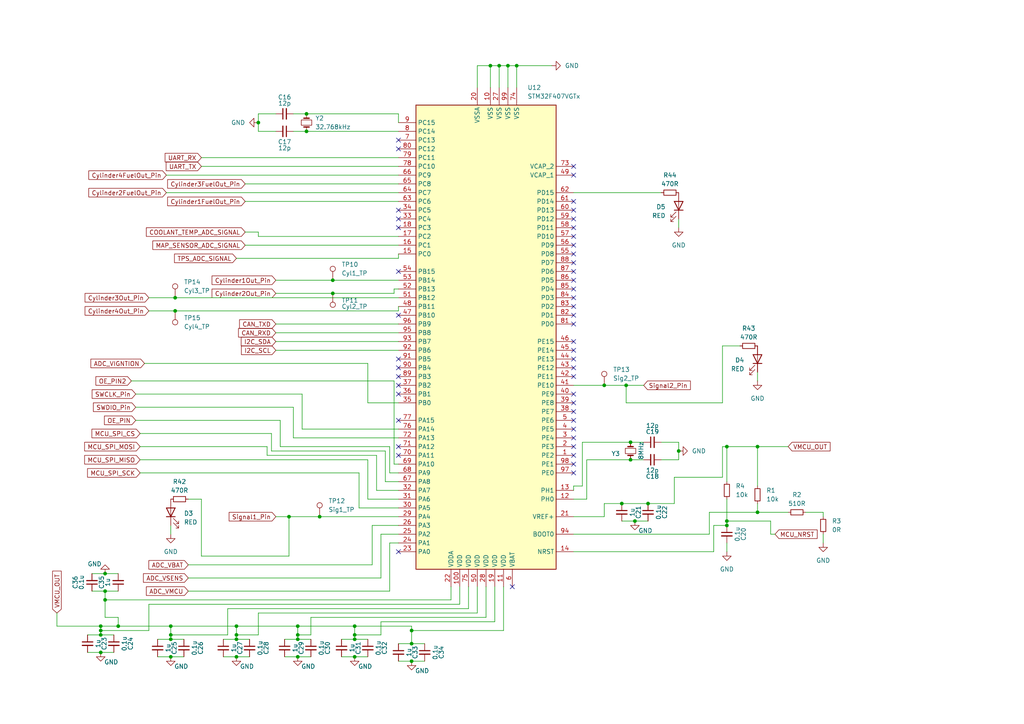
<source format=kicad_sch>
(kicad_sch (version 20250114) (generator "eeschema") (generator_version "9.0")
  (paper "A4")
  (lib_symbols
    (symbol "Connector:TestPoint" (pin_numbers (hide yes)) (pin_names (offset 0.762) (hide yes))
      (property "Reference" "TP" (at 0 6.858 0))
      (property "Value" "TestPoint" (at 0 5.08 0))
      (symbol "TestPoint_0_1"
        (circle (center 0 3.302) (radius 0.762))
      )
      (symbol "TestPoint_1_1"
        (pin passive line (at 0 0 90) (length 2.54) (name "1") (number "1"))
      )
    )
    (symbol "Device:C_Small" (pin_numbers (hide yes)) (pin_names (offset 0.254) (hide yes))
      (property "Reference" "C" (at 0.254 1.778 0))
      (property "Value" "C_Small" (at 0.254 -2.032 0))
      (symbol "C_Small_0_1"
        (polyline (pts (xy -1.524 0.508) (xy 1.524 0.508)) (stroke (width 0.3048)))
        (polyline (pts (xy -1.524 -0.508) (xy 1.524 -0.508)) (stroke (width 0.3302)))
      )
      (symbol "C_Small_1_1"
        (pin passive line (at 0 2.54 270) (length 2.032) (name "~") (number "1"))
        (pin passive line (at 0 -2.54 90) (length 2.032) (name "~") (number "2"))
      )
    )
    (symbol "Device:Crystal_Small" (pin_numbers (hide yes)) (pin_names (offset 1.016) (hide yes))
      (property "Reference" "Y" (at 0 2.54 0))
      (property "Value" "Crystal_Small" (at 0 -2.54 0))
      (symbol "Crystal_Small_0_1"
        (polyline (pts (xy -1.27 -0.762) (xy -1.27 0.762)) (stroke (width 0.381)))
        (rectangle (start -0.762 -1.524) (end 0.762 1.524))
        (polyline (pts (xy 1.27 -0.762) (xy 1.27 0.762)) (stroke (width 0.381)))
      )
      (symbol "Crystal_Small_1_1"
        (pin passive line (at -2.54 0 0) (length 1.27) (name "1") (number "1"))
        (pin passive line (at 2.54 0 180) (length 1.27) (name "2") (number "2"))
      )
    )
    (symbol "Device:LED" (pin_numbers (hide yes)) (pin_names (offset 1.016) (hide yes))
      (property "Reference" "D" (at 0 2.54 0))
      (property "Value" "LED" (at 0 -2.54 0))
      (symbol "LED_0_1"
        (polyline (pts (xy -3.048 -0.762) (xy -4.572 -2.286) (xy -3.81 -2.286) (xy -4.572 -2.286) (xy -4.572 -1.524)))
        (polyline (pts (xy -1.778 -0.762) (xy -3.302 -2.286) (xy -2.54 -2.286) (xy -3.302 -2.286) (xy -3.302 -1.524)))
        (polyline (pts (xy -1.27 0) (xy 1.27 0)))
        (polyline (pts (xy -1.27 -1.27) (xy -1.27 1.27)) (stroke (width 0.254)))
        (polyline (pts (xy 1.27 -1.27) (xy 1.27 1.27) (xy -1.27 0) (xy 1.27 -1.27)) (stroke (width 0.254)))
      )
      (symbol "LED_1_1"
        (pin passive line (at -3.81 0 0) (length 2.54) (name "K") (number "1"))
        (pin passive line (at 3.81 0 180) (length 2.54) (name "A") (number "2"))
      )
    )
    (symbol "Device:R_Small" (pin_numbers (hide yes)) (pin_names (offset 0.254) (hide yes))
      (property "Reference" "R" (at 0.762 0.508 0))
      (property "Value" "R_Small" (at 0.762 -1.016 0))
      (symbol "R_Small_0_1"
        (rectangle (start -0.762 1.778) (end 0.762 -1.778) (stroke (width 0.2032)))
      )
      (symbol "R_Small_1_1"
        (pin passive line (at 0 2.54 270) (length 0.762) (name "~") (number "1"))
        (pin passive line (at 0 -2.54 90) (length 0.762) (name "~") (number "2"))
      )
    )
    (symbol "Library_sym.pretty:STM32F407VGTx"
      (property "Reference" "U" (at -20.32 69.85 0))
      (property "Value" "STM32F407VGTx" (at 12.7 69.85 0))
      (symbol "STM32F407VGTx_0_1"
        (rectangle (start -20.32 68.58) (end 20.32 -66.04) (stroke (width 0.254)) (fill (type background)))
      )
      (symbol "STM32F407VGTx_1_1"
        (pin input line (at -25.4 63.5 0) (length 5.08) (name "NRST") (number "14"))
        (pin input line (at -25.4 58.42 0) (length 5.08) (name "BOOT0") (number "94"))
        (pin input line (at -25.4 53.34 0) (length 5.08) (name "VREF+") (number "21"))
        (pin bidirectional line (at -25.4 48.26 0) (length 5.08) (name "PH0") (number "12"))
        (pin bidirectional line (at -25.4 45.72 0) (length 5.08) (name "PH1") (number "13"))
        (pin bidirectional line (at -25.4 40.64 0) (length 5.08) (name "PE0") (number "97"))
        (pin bidirectional line (at -25.4 38.1 0) (length 5.08) (name "PE1") (number "98"))
        (pin bidirectional line (at -25.4 35.56 0) (length 5.08) (name "PE2") (number "1"))
        (pin bidirectional line (at -25.4 33.02 0) (length 5.08) (name "PE3") (number "2"))
        (pin bidirectional line (at -25.4 30.48 0) (length 5.08) (name "PE4") (number "3"))
        (pin bidirectional line (at -25.4 27.94 0) (length 5.08) (name "PE5") (number "4"))
        (pin bidirectional line (at -25.4 25.4 0) (length 5.08) (name "PE6") (number "5"))
        (pin bidirectional line (at -25.4 22.86 0) (length 5.08) (name "PE7") (number "38"))
        (pin bidirectional line (at -25.4 20.32 0) (length 5.08) (name "PE8") (number "39"))
        (pin bidirectional line (at -25.4 17.78 0) (length 5.08) (name "PE9") (number "40"))
        (pin bidirectional line (at -25.4 15.24 0) (length 5.08) (name "PE10") (number "41"))
        (pin bidirectional line (at -25.4 12.7 0) (length 5.08) (name "PE11") (number "42"))
        (pin bidirectional line (at -25.4 10.16 0) (length 5.08) (name "PE12") (number "43"))
        (pin bidirectional line (at -25.4 7.62 0) (length 5.08) (name "PE13") (number "44"))
        (pin bidirectional line (at -25.4 5.08 0) (length 5.08) (name "PE14") (number "45"))
        (pin bidirectional line (at -25.4 2.54 0) (length 5.08) (name "PE15") (number "46"))
        (pin bidirectional line (at -25.4 -2.54 0) (length 5.08) (name "PD0") (number "81"))
        (pin bidirectional line (at -25.4 -5.08 0) (length 5.08) (name "PD1") (number "82"))
        (pin bidirectional line (at -25.4 -7.62 0) (length 5.08) (name "PD2") (number "83"))
        (pin bidirectional line (at -25.4 -10.16 0) (length 5.08) (name "PD3") (number "84"))
        (pin bidirectional line (at -25.4 -12.7 0) (length 5.08) (name "PD4") (number "85"))
        (pin bidirectional line (at -25.4 -15.24 0) (length 5.08) (name "PD5") (number "86"))
        (pin bidirectional line (at -25.4 -17.78 0) (length 5.08) (name "PD6") (number "87"))
        (pin bidirectional line (at -25.4 -20.32 0) (length 5.08) (name "PD7") (number "88"))
        (pin bidirectional line (at -25.4 -22.86 0) (length 5.08) (name "PD8") (number "55"))
        (pin bidirectional line (at -25.4 -25.4 0) (length 5.08) (name "PD9") (number "56"))
        (pin bidirectional line (at -25.4 -27.94 0) (length 5.08) (name "PD10") (number "57"))
        (pin bidirectional line (at -25.4 -30.48 0) (length 5.08) (name "PD11") (number "58"))
        (pin bidirectional line (at -25.4 -33.02 0) (length 5.08) (name "PD12") (number "59"))
        (pin bidirectional line (at -25.4 -35.56 0) (length 5.08) (name "PD13") (number "60"))
        (pin bidirectional line (at -25.4 -38.1 0) (length 5.08) (name "PD14") (number "61"))
        (pin bidirectional line (at -25.4 -40.64 0) (length 5.08) (name "PD15") (number "62"))
        (pin power_out line (at -25.4 -45.72 0) (length 5.08) (name "VCAP_1") (number "49"))
        (pin power_out line (at -25.4 -48.26 0) (length 5.08) (name "VCAP_2") (number "73"))
        (pin power_in line (at -8.89 -71.12 90) (length 5.08) (name "VSS") (number "74"))
        (pin power_in line (at -7.62 73.66 270) (length 5.08) (name "VBAT") (number "6"))
        (pin power_in line (at -6.35 -71.12 90) (length 5.08) (name "VSS") (number "99"))
        (pin power_in line (at -5.08 73.66 270) (length 5.08) (name "VDD") (number "11"))
        (pin power_in line (at -3.81 -71.12 90) (length 5.08) (name "VSS") (number "27"))
        (pin power_in line (at -2.54 73.66 270) (length 5.08) (name "VDD") (number "19"))
        (pin power_in line (at -1.27 -71.12 90) (length 5.08) (name "VSS") (number "10"))
        (pin power_in line (at 0 73.66 270) (length 5.08) (name "VDD") (number "28"))
        (pin power_in line (at 2.54 73.66 270) (length 5.08) (name "VDD") (number "50"))
        (pin power_in line (at 2.54 -71.12 90) (length 5.08) (name "VSSA") (number "20"))
        (pin power_in line (at 5.08 73.66 270) (length 5.08) (name "VDD") (number "75"))
        (pin power_in line (at 7.62 73.66 270) (length 5.08) (name "VDD") (number "100"))
        (pin power_in line (at 10.16 73.66 270) (length 5.08) (name "VDDA") (number "22"))
        (pin bidirectional line (at 25.4 63.5 180) (length 5.08) (name "PA0") (number "23"))
        (pin bidirectional line (at 25.4 60.96 180) (length 5.08) (name "PA1") (number "24"))
        (pin bidirectional line (at 25.4 58.42 180) (length 5.08) (name "PA2") (number "25"))
        (pin bidirectional line (at 25.4 55.88 180) (length 5.08) (name "PA3") (number "26"))
        (pin bidirectional line (at 25.4 53.34 180) (length 5.08) (name "PA4") (number "29"))
        (pin bidirectional line (at 25.4 50.8 180) (length 5.08) (name "PA5") (number "30"))
        (pin bidirectional line (at 25.4 48.26 180) (length 5.08) (name "PA6") (number "31"))
        (pin bidirectional line (at 25.4 45.72 180) (length 5.08) (name "PA7") (number "32"))
        (pin bidirectional line (at 25.4 43.18 180) (length 5.08) (name "PA8") (number "67"))
        (pin bidirectional line (at 25.4 40.64 180) (length 5.08) (name "PA9") (number "68"))
        (pin bidirectional line (at 25.4 38.1 180) (length 5.08) (name "PA10") (number "69"))
        (pin bidirectional line (at 25.4 35.56 180) (length 5.08) (name "PA11") (number "70"))
        (pin bidirectional line (at 25.4 33.02 180) (length 5.08) (name "PA12") (number "71"))
        (pin bidirectional line (at 25.4 30.48 180) (length 5.08) (name "PA13") (number "72"))
        (pin bidirectional line (at 25.4 27.94 180) (length 5.08) (name "PA14") (number "76"))
        (pin bidirectional line (at 25.4 25.4 180) (length 5.08) (name "PA15") (number "77"))
        (pin bidirectional line (at 25.4 20.32 180) (length 5.08) (name "PB0") (number "35"))
        (pin bidirectional line (at 25.4 17.78 180) (length 5.08) (name "PB1") (number "36"))
        (pin bidirectional line (at 25.4 15.24 180) (length 5.08) (name "PB2") (number "37"))
        (pin bidirectional line (at 25.4 12.7 180) (length 5.08) (name "PB3") (number "89"))
        (pin bidirectional line (at 25.4 10.16 180) (length 5.08) (name "PB4") (number "90"))
        (pin bidirectional line (at 25.4 7.62 180) (length 5.08) (name "PB5") (number "91"))
        (pin bidirectional line (at 25.4 5.08 180) (length 5.08) (name "PB6") (number "92"))
        (pin bidirectional line (at 25.4 2.54 180) (length 5.08) (name "PB7") (number "93"))
        (pin bidirectional line (at 25.4 0 180) (length 5.08) (name "PB8") (number "95"))
        (pin bidirectional line (at 25.4 -2.54 180) (length 5.08) (name "PB9") (number "96"))
        (pin bidirectional line (at 25.4 -5.08 180) (length 5.08) (name "PB10") (number "47"))
        (pin bidirectional line (at 25.4 -7.62 180) (length 5.08) (name "PB11") (number "48"))
        (pin bidirectional line (at 25.4 -10.16 180) (length 5.08) (name "PB12") (number "51"))
        (pin bidirectional line (at 25.4 -12.7 180) (length 5.08) (name "PB13") (number "52"))
        (pin bidirectional line (at 25.4 -15.24 180) (length 5.08) (name "PB14") (number "53"))
        (pin bidirectional line (at 25.4 -17.78 180) (length 5.08) (name "PB15") (number "54"))
        (pin bidirectional line (at 25.4 -22.86 180) (length 5.08) (name "PC0") (number "15"))
        (pin bidirectional line (at 25.4 -25.4 180) (length 5.08) (name "PC1") (number "16"))
        (pin bidirectional line (at 25.4 -27.94 180) (length 5.08) (name "PC2") (number "17"))
        (pin bidirectional line (at 25.4 -30.48 180) (length 5.08) (name "PC3") (number "18"))
        (pin bidirectional line (at 25.4 -33.02 180) (length 5.08) (name "PC4") (number "33"))
        (pin bidirectional line (at 25.4 -35.56 180) (length 5.08) (name "PC5") (number "34"))
        (pin bidirectional line (at 25.4 -38.1 180) (length 5.08) (name "PC6") (number "63"))
        (pin bidirectional line (at 25.4 -40.64 180) (length 5.08) (name "PC7") (number "64"))
        (pin bidirectional line (at 25.4 -43.18 180) (length 5.08) (name "PC8") (number "65"))
        (pin bidirectional line (at 25.4 -45.72 180) (length 5.08) (name "PC9") (number "66"))
        (pin bidirectional line (at 25.4 -48.26 180) (length 5.08) (name "PC10") (number "78"))
        (pin bidirectional line (at 25.4 -50.8 180) (length 5.08) (name "PC11") (number "79"))
        (pin bidirectional line (at 25.4 -53.34 180) (length 5.08) (name "PC12") (number "80"))
        (pin bidirectional line (at 25.4 -55.88 180) (length 5.08) (name "PC13") (number "7"))
        (pin bidirectional line (at 25.4 -58.42 180) (length 5.08) (name "PC14") (number "8"))
        (pin bidirectional line (at 25.4 -60.96 180) (length 5.08) (name "PC15") (number "9"))
      )
    )
    (symbol "power:GND" (power) (pin_numbers (hide yes)) (pin_names (offset 0) (hide yes))
      (property "Value" "GND" (at 0 -3.81 0))
      (symbol "GND_0_1"
        (polyline (pts (xy 0 0) (xy 0 -1.27) (xy 1.27 -1.27) (xy 0 -2.54) (xy -1.27 -1.27) (xy 0 -1.27)))
      )
      (symbol "GND_1_1"
        (pin power_in line (at 0 0 270) (length 0) (name "~") (number "1"))
      )
    )
  )
  (junction (at 49.53 185.42))
  (junction (at 30.48 173.99))
  (junction (at 219.71 129.54))
  (junction (at 210.82 151.13))
  (junction (at 68.58 185.42))
  (junction (at 210.82 152.4))
  (junction (at 149.86 19.05))
  (junction (at 196.85 130.81))
  (junction (at 181.61 111.76))
  (junction (at 102.87 184.15))
  (junction (at 29.21 181.61))
  (junction (at 29.21 184.15))
  (junction (at 88.9 33.02))
  (junction (at 86.36 181.61))
  (junction (at 184.15 151.13))
  (junction (at 187.96 146.05))
  (junction (at 68.58 184.15))
  (junction (at 180.34 146.05))
  (junction (at 30.48 166.37))
  (junction (at 49.53 190.5))
  (junction (at 119.38 182.88))
  (junction (at 29.21 182.88))
  (junction (at 96.52 81.28))
  (junction (at 68.58 181.61))
  (junction (at 102.87 190.5))
  (junction (at 142.24 19.05))
  (junction (at 102.87 181.61))
  (junction (at 92.71 149.86))
  (junction (at 50.8 86.36))
  (junction (at 182.88 133.35))
  (junction (at 144.78 19.05))
  (junction (at 86.36 184.15))
  (junction (at 210.82 129.54))
  (junction (at 86.36 190.5))
  (junction (at 68.58 190.5))
  (junction (at 147.32 19.05))
  (junction (at 102.87 185.42))
  (junction (at 119.38 186.69))
  (junction (at 175.26 111.76))
  (junction (at 119.38 191.77))
  (junction (at 182.88 128.27))
  (junction (at 219.71 148.59))
  (junction (at 29.21 189.23))
  (junction (at 83.82 149.86))
  (junction (at 49.53 181.61))
  (junction (at 74.93 35.56))
  (junction (at 49.53 184.15))
  (junction (at 34.29 181.61))
  (junction (at 86.36 185.42))
  (junction (at 50.8 90.17))
  (junction (at 88.9 38.1))
  (junction (at 96.52 85.09))
  (junction (at 30.48 171.45))
  (no_connect (at 166.37 134.62))
  (no_connect (at 166.37 116.84))
  (no_connect (at 166.37 50.8))
  (no_connect (at 115.57 132.08))
  (no_connect (at 148.59 170.18))
  (no_connect (at 115.57 60.96))
  (no_connect (at 166.37 127))
  (no_connect (at 166.37 121.92))
  (no_connect (at 166.37 76.2))
  (no_connect (at 166.37 73.66))
  (no_connect (at 166.37 132.08))
  (no_connect (at 166.37 101.6))
  (no_connect (at 166.37 104.14))
  (no_connect (at 115.57 160.02))
  (no_connect (at 166.37 60.96))
  (no_connect (at 115.57 114.3))
  (no_connect (at 166.37 58.42))
  (no_connect (at 115.57 104.14))
  (no_connect (at 166.37 119.38))
  (no_connect (at 115.57 66.04))
  (no_connect (at 115.57 43.18))
  (no_connect (at 166.37 86.36))
  (no_connect (at 166.37 129.54))
  (no_connect (at 166.37 66.04))
  (no_connect (at 115.57 78.74))
  (no_connect (at 166.37 91.44))
  (no_connect (at 166.37 83.82))
  (no_connect (at 166.37 71.12))
  (no_connect (at 115.57 91.44))
  (no_connect (at 166.37 63.5))
  (no_connect (at 166.37 106.68))
  (no_connect (at 166.37 93.98))
  (no_connect (at 115.57 121.92))
  (no_connect (at 166.37 137.16))
  (no_connect (at 166.37 81.28))
  (no_connect (at 166.37 48.26))
  (no_connect (at 166.37 88.9))
  (no_connect (at 166.37 124.46))
  (no_connect (at 166.37 78.74))
  (no_connect (at 166.37 68.58))
  (no_connect (at 115.57 63.5))
  (no_connect (at 115.57 111.76))
  (no_connect (at 166.37 99.06))
  (no_connect (at 166.37 114.3))
  (no_connect (at 115.57 109.22))
  (no_connect (at 166.37 109.22))
  (no_connect (at 115.57 129.54))
  (no_connect (at 115.57 106.68))
  (no_connect (at 115.57 40.64))
  (wire (pts (xy 49.53 181.61) (xy 68.58 181.61)))
  (wire (pts (xy 219.71 129.54) (xy 219.71 140.97)))
  (wire (pts (xy 49.53 184.15) (xy 49.53 185.42)))
  (wire (pts (xy 113.03 171.45) (xy 113.03 157.48)))
  (wire (pts (xy 30.48 171.45) (xy 30.48 173.99)))
  (wire (pts (xy 102.87 181.61) (xy 102.87 184.15)))
  (wire (pts (xy 30.48 166.37) (xy 26.67 166.37)))
  (wire (pts (xy 99.06 185.42) (xy 102.87 185.42)))
  (wire (pts (xy 41.91 105.41) (xy 106.68 105.41)))
  (wire (pts (xy 85.09 118.11) (xy 85.09 127)))
  (wire (pts (xy 238.76 148.59) (xy 238.76 149.86)))
  (wire (pts (xy 104.14 137.16) (xy 104.14 147.32)))
  (wire (pts (xy 43.18 175.26) (xy 133.35 175.26)))
  (wire (pts (xy 109.22 132.08) (xy 109.22 142.24)))
  (wire (pts (xy 115.57 186.69) (xy 119.38 186.69)))
  (wire (pts (xy 181.61 116.84) (xy 181.61 111.76)))
  (wire (pts (xy 86.36 190.5) (xy 90.17 190.5)))
  (wire (pts (xy 39.37 118.11) (xy 85.09 118.11)))
  (wire (pts (xy 48.26 50.8) (xy 115.57 50.8)))
  (wire (pts (xy 66.04 184.15) (xy 66.04 176.53)))
  (wire (pts (xy 45.72 185.42) (xy 49.53 185.42)))
  (wire (pts (xy 50.8 86.36) (xy 115.57 86.36)))
  (wire (pts (xy 166.37 140.97) (xy 166.37 142.24)))
  (wire (pts (xy 119.38 191.77) (xy 123.19 191.77)))
  (wire (pts (xy 170.18 144.78) (xy 170.18 133.35)))
  (wire (pts (xy 110.49 154.94) (xy 115.57 154.94)))
  (wire (pts (xy 58.42 161.29) (xy 83.82 161.29)))
  (wire (pts (xy 175.26 149.86) (xy 166.37 149.86)))
  (wire (pts (xy 81.28 129.54) (xy 113.03 129.54)))
  (wire (pts (xy 58.42 144.78) (xy 58.42 161.29)))
  (wire (pts (xy 146.05 182.88) (xy 146.05 170.18)))
  (wire (pts (xy 71.12 53.34) (xy 115.57 53.34)))
  (wire (pts (xy 133.35 175.26) (xy 133.35 170.18)))
  (wire (pts (xy 92.71 149.86) (xy 115.57 149.86)))
  (wire (pts (xy 50.8 90.17) (xy 115.57 90.17)))
  (wire (pts (xy 207.01 152.4) (xy 207.01 160.02)))
  (wire (pts (xy 54.61 171.45) (xy 113.03 171.45)))
  (wire (pts (xy 48.26 55.88) (xy 115.57 55.88)))
  (wire (pts (xy 184.15 151.13) (xy 187.96 151.13)))
  (wire (pts (xy 86.36 185.42) (xy 90.17 185.42)))
  (wire (pts (xy 110.49 180.34) (xy 143.51 180.34)))
  (wire (pts (xy 29.21 189.23) (xy 33.02 189.23)))
  (wire (pts (xy 86.36 181.61) (xy 102.87 181.61)))
  (wire (pts (xy 195.58 138.43) (xy 209.55 138.43)))
  (wire (pts (xy 102.87 181.61) (xy 119.38 181.61)))
  (wire (pts (xy 49.53 184.15) (xy 66.04 184.15)))
  (wire (pts (xy 196.85 130.81) (xy 196.85 128.27)))
  (wire (pts (xy 166.37 55.88) (xy 191.77 55.88)))
  (wire (pts (xy 147.32 19.05) (xy 147.32 25.4)))
  (wire (pts (xy 29.21 182.88) (xy 29.21 184.15)))
  (wire (pts (xy 115.57 90.17) (xy 115.57 88.9)))
  (wire (pts (xy 68.58 184.15) (xy 74.93 184.15)))
  (wire (pts (xy 138.43 170.18) (xy 138.43 177.8)))
  (wire (pts (xy 80.01 99.06) (xy 115.57 99.06)))
  (wire (pts (xy 86.36 181.61) (xy 86.36 184.15)))
  (wire (pts (xy 77.47 129.54) (xy 77.47 132.08)))
  (wire (pts (xy 43.18 86.36) (xy 50.8 86.36)))
  (wire (pts (xy 170.18 133.35) (xy 182.88 133.35)))
  (wire (pts (xy 74.93 184.15) (xy 74.93 177.8)))
  (wire (pts (xy 78.74 125.73) (xy 78.74 130.81)))
  (wire (pts (xy 111.76 130.81) (xy 111.76 139.7)))
  (wire (pts (xy 49.53 185.42) (xy 53.34 185.42)))
  (wire (pts (xy 39.37 121.92) (xy 81.28 121.92)))
  (wire (pts (xy 149.86 19.05) (xy 160.02 19.05)))
  (wire (pts (xy 106.68 144.78) (xy 115.57 144.78)))
  (wire (pts (xy 80.01 85.09) (xy 96.52 85.09)))
  (wire (pts (xy 54.61 163.83) (xy 107.95 163.83)))
  (wire (pts (xy 110.49 167.64) (xy 110.49 154.94)))
  (wire (pts (xy 74.93 38.1) (xy 80.01 38.1)))
  (wire (pts (xy 86.36 184.15) (xy 86.36 185.42)))
  (wire (pts (xy 80.01 101.6) (xy 115.57 101.6)))
  (wire (pts (xy 58.42 48.26) (xy 115.57 48.26)))
  (wire (pts (xy 114.3 134.62) (xy 115.57 134.62)))
  (wire (pts (xy 88.9 33.02) (xy 115.57 33.02)))
  (wire (pts (xy 166.37 140.97) (xy 168.91 140.97)))
  (wire (pts (xy 138.43 25.4) (xy 138.43 19.05)))
  (wire (pts (xy 68.58 190.5) (xy 72.39 190.5)))
  (wire (pts (xy 233.68 148.59) (xy 238.76 148.59)))
  (wire (pts (xy 114.3 110.49) (xy 114.3 134.62)))
  (wire (pts (xy 104.14 147.32) (xy 115.57 147.32)))
  (wire (pts (xy 34.29 181.61) (xy 49.53 181.61)))
  (wire (pts (xy 71.12 67.31) (xy 74.93 67.31)))
  (wire (pts (xy 142.24 25.4) (xy 142.24 19.05)))
  (wire (pts (xy 74.93 177.8) (xy 138.43 177.8)))
  (wire (pts (xy 110.49 180.34) (xy 110.49 184.15)))
  (wire (pts (xy 106.68 105.41) (xy 106.68 116.84)))
  (wire (pts (xy 114.3 83.82) (xy 115.57 83.82)))
  (wire (pts (xy 83.82 161.29) (xy 83.82 149.86)))
  (wire (pts (xy 119.38 182.88) (xy 119.38 186.69)))
  (wire (pts (xy 30.48 173.99) (xy 30.48 179.07)))
  (wire (pts (xy 209.55 129.54) (xy 210.82 129.54)))
  (wire (pts (xy 68.58 74.93) (xy 115.57 74.93)))
  (wire (pts (xy 26.67 171.45) (xy 30.48 171.45)))
  (wire (pts (xy 78.74 130.81) (xy 111.76 130.81)))
  (wire (pts (xy 68.58 181.61) (xy 86.36 181.61)))
  (wire (pts (xy 166.37 144.78) (xy 170.18 144.78)))
  (wire (pts (xy 166.37 111.76) (xy 175.26 111.76)))
  (wire (pts (xy 102.87 190.5) (xy 106.68 190.5)))
  (wire (pts (xy 68.58 181.61) (xy 68.58 184.15)))
  (wire (pts (xy 142.24 19.05) (xy 144.78 19.05)))
  (wire (pts (xy 205.74 148.59) (xy 219.71 148.59)))
  (wire (pts (xy 205.74 154.94) (xy 205.74 148.59)))
  (wire (pts (xy 113.03 157.48) (xy 115.57 157.48)))
  (wire (pts (xy 90.17 184.15) (xy 90.17 179.07)))
  (wire (pts (xy 115.57 33.02) (xy 115.57 35.56)))
  (wire (pts (xy 77.47 132.08) (xy 109.22 132.08)))
  (wire (pts (xy 209.55 116.84) (xy 181.61 116.84)))
  (wire (pts (xy 43.18 182.88) (xy 43.18 175.26)))
  (wire (pts (xy 49.53 181.61) (xy 49.53 184.15)))
  (wire (pts (xy 195.58 146.05) (xy 195.58 138.43)))
  (wire (pts (xy 88.9 38.1) (xy 115.57 38.1)))
  (wire (pts (xy 219.71 107.95) (xy 219.71 110.49)))
  (wire (pts (xy 102.87 184.15) (xy 102.87 185.42)))
  (wire (pts (xy 87.63 124.46) (xy 115.57 124.46)))
  (wire (pts (xy 168.91 140.97) (xy 168.91 128.27)))
  (wire (pts (xy 140.97 179.07) (xy 140.97 170.18)))
  (wire (pts (xy 223.52 151.13) (xy 210.82 151.13)))
  (wire (pts (xy 223.52 154.94) (xy 223.52 151.13)))
  (wire (pts (xy 210.82 157.48) (xy 210.82 160.02)))
  (wire (pts (xy 166.37 154.94) (xy 205.74 154.94)))
  (wire (pts (xy 68.58 184.15) (xy 68.58 185.42)))
  (wire (pts (xy 29.21 181.61) (xy 29.21 182.88)))
  (wire (pts (xy 99.06 190.5) (xy 102.87 190.5)))
  (wire (pts (xy 186.69 128.27) (xy 182.88 128.27)))
  (wire (pts (xy 49.53 190.5) (xy 53.34 190.5)))
  (wire (pts (xy 87.63 114.3) (xy 87.63 124.46)))
  (wire (pts (xy 49.53 152.4) (xy 49.53 154.94)))
  (wire (pts (xy 210.82 129.54) (xy 210.82 139.7)))
  (wire (pts (xy 85.09 127) (xy 115.57 127)))
  (wire (pts (xy 107.95 163.83) (xy 107.95 152.4)))
  (wire (pts (xy 175.26 111.76) (xy 181.61 111.76)))
  (wire (pts (xy 96.52 85.09) (xy 114.3 85.09)))
  (wire (pts (xy 106.68 116.84) (xy 115.57 116.84)))
  (wire (pts (xy 40.64 129.54) (xy 77.47 129.54)))
  (wire (pts (xy 113.03 129.54) (xy 113.03 137.16)))
  (wire (pts (xy 228.6 129.54) (xy 219.71 129.54)))
  (wire (pts (xy 135.89 176.53) (xy 135.89 170.18)))
  (wire (pts (xy 66.04 176.53) (xy 135.89 176.53)))
  (wire (pts (xy 82.55 190.5) (xy 86.36 190.5)))
  (wire (pts (xy 40.64 137.16) (xy 104.14 137.16)))
  (wire (pts (xy 80.01 96.52) (xy 115.57 96.52)))
  (wire (pts (xy 68.58 185.42) (xy 72.39 185.42)))
  (wire (pts (xy 210.82 144.78) (xy 210.82 151.13)))
  (wire (pts (xy 210.82 151.13) (xy 210.82 152.4)))
  (wire (pts (xy 54.61 144.78) (xy 58.42 144.78)))
  (wire (pts (xy 30.48 171.45) (xy 34.29 171.45)))
  (wire (pts (xy 238.76 154.94) (xy 238.76 157.48)))
  (wire (pts (xy 40.64 125.73) (xy 78.74 125.73)))
  (wire (pts (xy 29.21 182.88) (xy 43.18 182.88)))
  (wire (pts (xy 16.51 181.61) (xy 29.21 181.61)))
  (wire (pts (xy 25.4 189.23) (xy 29.21 189.23)))
  (wire (pts (xy 74.93 67.31) (xy 74.93 68.58)))
  (wire (pts (xy 58.42 45.72) (xy 115.57 45.72)))
  (wire (pts (xy 74.93 33.02) (xy 74.93 35.56)))
  (wire (pts (xy 219.71 129.54) (xy 210.82 129.54)))
  (wire (pts (xy 186.69 133.35) (xy 182.88 133.35)))
  (wire (pts (xy 119.38 181.61) (xy 119.38 182.88)))
  (wire (pts (xy 64.77 190.5) (xy 68.58 190.5)))
  (wire (pts (xy 196.85 133.35) (xy 196.85 130.81)))
  (wire (pts (xy 109.22 142.24) (xy 115.57 142.24)))
  (wire (pts (xy 115.57 191.77) (xy 119.38 191.77)))
  (wire (pts (xy 71.12 58.42) (xy 115.57 58.42)))
  (wire (pts (xy 175.26 146.05) (xy 180.34 146.05)))
  (wire (pts (xy 29.21 181.61) (xy 34.29 181.61)))
  (wire (pts (xy 102.87 185.42) (xy 106.68 185.42)))
  (wire (pts (xy 119.38 186.69) (xy 123.19 186.69)))
  (wire (pts (xy 111.76 139.7) (xy 115.57 139.7)))
  (wire (pts (xy 113.03 137.16) (xy 115.57 137.16)))
  (wire (pts (xy 191.77 133.35) (xy 196.85 133.35)))
  (wire (pts (xy 81.28 121.92) (xy 81.28 129.54)))
  (wire (pts (xy 168.91 128.27) (xy 182.88 128.27)))
  (wire (pts (xy 90.17 179.07) (xy 140.97 179.07)))
  (wire (pts (xy 207.01 160.02) (xy 166.37 160.02)))
  (wire (pts (xy 143.51 180.34) (xy 143.51 170.18)))
  (wire (pts (xy 30.48 179.07) (xy 34.29 179.07)))
  (wire (pts (xy 30.48 173.99) (xy 130.81 173.99)))
  (wire (pts (xy 80.01 149.86) (xy 83.82 149.86)))
  (wire (pts (xy 29.21 184.15) (xy 33.02 184.15)))
  (wire (pts (xy 39.37 114.3) (xy 87.63 114.3)))
  (wire (pts (xy 80.01 33.02) (xy 74.93 33.02)))
  (wire (pts (xy 45.72 190.5) (xy 49.53 190.5)))
  (wire (pts (xy 209.55 138.43) (xy 209.55 129.54)))
  (wire (pts (xy 34.29 166.37) (xy 30.48 166.37)))
  (wire (pts (xy 181.61 111.76) (xy 186.69 111.76)))
  (wire (pts (xy 149.86 19.05) (xy 149.86 25.4)))
  (wire (pts (xy 196.85 128.27) (xy 191.77 128.27)))
  (wire (pts (xy 209.55 100.33) (xy 214.63 100.33)))
  (wire (pts (xy 144.78 19.05) (xy 144.78 25.4)))
  (wire (pts (xy 175.26 146.05) (xy 175.26 149.86)))
  (wire (pts (xy 144.78 19.05) (xy 147.32 19.05)))
  (wire (pts (xy 107.95 152.4) (xy 115.57 152.4)))
  (wire (pts (xy 16.51 177.8) (xy 16.51 181.61)))
  (wire (pts (xy 64.77 185.42) (xy 68.58 185.42)))
  (wire (pts (xy 25.4 184.15) (xy 29.21 184.15)))
  (wire (pts (xy 187.96 146.05) (xy 195.58 146.05)))
  (wire (pts (xy 85.09 38.1) (xy 88.9 38.1)))
  (wire (pts (xy 80.01 81.28) (xy 96.52 81.28)))
  (wire (pts (xy 210.82 152.4) (xy 207.01 152.4)))
  (wire (pts (xy 115.57 74.93) (xy 115.57 73.66)))
  (wire (pts (xy 74.93 68.58) (xy 115.57 68.58)))
  (wire (pts (xy 34.29 179.07) (xy 34.29 181.61)))
  (wire (pts (xy 114.3 85.09) (xy 114.3 83.82)))
  (wire (pts (xy 86.36 184.15) (xy 90.17 184.15)))
  (wire (pts (xy 106.68 133.35) (xy 106.68 144.78)))
  (wire (pts (xy 196.85 63.5) (xy 196.85 66.04)))
  (wire (pts (xy 85.09 33.02) (xy 88.9 33.02)))
  (wire (pts (xy 147.32 19.05) (xy 149.86 19.05)))
  (wire (pts (xy 74.93 35.56) (xy 74.93 38.1)))
  (wire (pts (xy 71.12 71.12) (xy 115.57 71.12)))
  (wire (pts (xy 43.18 90.17) (xy 50.8 90.17)))
  (wire (pts (xy 38.1 110.49) (xy 114.3 110.49)))
  (wire (pts (xy 119.38 182.88) (xy 146.05 182.88)))
  (wire (pts (xy 180.34 151.13) (xy 184.15 151.13)))
  (wire (pts (xy 80.01 93.98) (xy 115.57 93.98)))
  (wire (pts (xy 180.34 146.05) (xy 187.96 146.05)))
  (wire (pts (xy 54.61 167.64) (xy 110.49 167.64)))
  (wire (pts (xy 219.71 148.59) (xy 219.71 146.05)))
  (wire (pts (xy 96.52 81.28) (xy 115.57 81.28)))
  (wire (pts (xy 82.55 185.42) (xy 86.36 185.42)))
  (wire (pts (xy 83.82 149.86) (xy 92.71 149.86)))
  (wire (pts (xy 138.43 19.05) (xy 142.24 19.05)))
  (wire (pts (xy 209.55 100.33) (xy 209.55 116.84)))
  (wire (pts (xy 228.6 148.59) (xy 219.71 148.59)))
  (wire (pts (xy 130.81 173.99) (xy 130.81 170.18)))
  (wire (pts (xy 224.79 154.94) (xy 223.52 154.94)))
  (wire (pts (xy 102.87 184.15) (xy 110.49 184.15)))
  (wire (pts (xy 40.64 133.35) (xy 106.68 133.35)))
  (global_label "I2C_SDA" (shape input) (at 80.01 99.06 180) (property "Intersheetrefs" "${INTERSHEET_REFS}" (effects (hide yes))))
  (global_label "Cylinder3Out_Pin" (shape input) (at 43.18 86.36 180) (property "Intersheetrefs" "${INTERSHEET_REFS}" (effects (hide yes))))
  (global_label "Cylinder3FuelOut_Pin" (shape input) (at 71.12 53.34 180) (property "Intersheetrefs" "${INTERSHEET_REFS}" (effects (hide yes))))
  (global_label "OE_PIN2" (shape input) (at 38.1 110.49 180) (property "Intersheetrefs" "${INTERSHEET_REFS}" (effects (hide yes))))
  (global_label "SWDIO_Pin" (shape input) (at 39.37 118.11 180) (property "Intersheetrefs" "${INTERSHEET_REFS}" (effects (hide yes))))
  (global_label "MCU_SPI_CS" (shape input) (at 40.64 125.73 180) (property "Intersheetrefs" "${INTERSHEET_REFS}" (effects (hide yes))))
  (global_label "ADC_VBAT" (shape input) (at 54.61 163.83 180) (property "Intersheetrefs" "${INTERSHEET_REFS}" (effects (hide yes))))
  (global_label "VMCU_OUT" (shape input) (at 228.6 129.54 0) (property "Intersheetrefs" "${INTERSHEET_REFS}" (effects (hide yes))))
  (global_label "CAN_RXD" (shape input) (at 80.01 96.52 180) (property "Intersheetrefs" "${INTERSHEET_REFS}" (effects (hide yes))))
  (global_label "Cylinder2Out_Pin" (shape input) (at 80.01 85.09 180) (property "Intersheetrefs" "${INTERSHEET_REFS}" (effects (hide yes))))
  (global_label "Signal1_Pin" (shape input) (at 80.01 149.86 180) (property "Intersheetrefs" "${INTERSHEET_REFS}" (effects (hide yes))))
  (global_label "MAP_SENSOR_ADC_SIGNAL" (shape input) (at 71.12 71.12 180) (property "Intersheetrefs" "${INTERSHEET_REFS}" (effects (hide yes))))
  (global_label "OE_PIN" (shape input) (at 39.37 121.92 180) (property "Intersheetrefs" "${INTERSHEET_REFS}" (effects (hide yes))))
  (global_label "VMCU_OUT" (shape input) (at 16.51 177.8 90) (property "Intersheetrefs" "${INTERSHEET_REFS}" (effects (hide yes))))
  (global_label "MCU_SPI_MOSI" (shape input) (at 40.64 129.54 180) (property "Intersheetrefs" "${INTERSHEET_REFS}" (effects (hide yes))))
  (global_label "COOLANT_TEMP_ADC_SIGNAL" (shape input) (at 71.12 67.31 180) (property "Intersheetrefs" "${INTERSHEET_REFS}" (effects (hide yes))))
  (global_label "TPS_ADC_SIGNAL" (shape input) (at 68.58 74.93 180) (property "Intersheetrefs" "${INTERSHEET_REFS}" (effects (hide yes))))
  (global_label "I2C_SCL" (shape input) (at 80.01 101.6 180) (property "Intersheetrefs" "${INTERSHEET_REFS}" (effects (hide yes))))
  (global_label "ADC_VSENS" (shape input) (at 54.61 167.64 180) (property "Intersheetrefs" "${INTERSHEET_REFS}" (effects (hide yes))))
  (global_label "Cylinder4FuelOut_Pin" (shape input) (at 48.26 50.8 180) (property "Intersheetrefs" "${INTERSHEET_REFS}" (effects (hide yes))))
  (global_label "Cylinder1FuelOut_Pin" (shape input) (at 71.12 58.42 180) (property "Intersheetrefs" "${INTERSHEET_REFS}" (effects (hide yes))))
  (global_label "Cylinder1Out_Pin" (shape input) (at 80.01 81.28 180) (property "Intersheetrefs" "${INTERSHEET_REFS}" (effects (hide yes))))
  (global_label "MCU_NRST" (shape input) (at 224.79 154.94 0) (property "Intersheetrefs" "${INTERSHEET_REFS}" (effects (hide yes))))
  (global_label "UART_TX" (shape input) (at 58.42 48.26 180) (property "Intersheetrefs" "${INTERSHEET_REFS}" (effects (hide yes))))
  (global_label "MCU_SPI_SCK" (shape input) (at 40.64 137.16 180) (property "Intersheetrefs" "${INTERSHEET_REFS}" (effects (hide yes))))
  (global_label "ADC_VIGNTION" (shape input) (at 41.91 105.41 180) (property "Intersheetrefs" "${INTERSHEET_REFS}" (effects (hide yes))))
  (global_label "Cylinder4Out_Pin" (shape input) (at 43.18 90.17 180) (property "Intersheetrefs" "${INTERSHEET_REFS}" (effects (hide yes))))
  (global_label "ADC_VMCU" (shape input) (at 54.61 171.45 180) (property "Intersheetrefs" "${INTERSHEET_REFS}" (effects (hide yes))))
  (global_label "MCU_SPI_MISO" (shape input) (at 40.64 133.35 180) (property "Intersheetrefs" "${INTERSHEET_REFS}" (effects (hide yes))))
  (global_label "Signal2_Pin" (shape input) (at 186.69 111.76 0) (property "Intersheetrefs" "${INTERSHEET_REFS}" (effects (hide yes))))
  (global_label "CAN_TXD" (shape input) (at 80.01 93.98 180) (property "Intersheetrefs" "${INTERSHEET_REFS}" (effects (hide yes))))
  (global_label "SWCLK_Pin" (shape input) (at 39.37 114.3 180) (property "Intersheetrefs" "${INTERSHEET_REFS}" (effects (hide yes))))
  (global_label "Cylinder2FuelOut_Pin" (shape input) (at 48.26 55.88 180) (property "Intersheetrefs" "${INTERSHEET_REFS}" (effects (hide yes))))
  (global_label "UART_RX" (shape input) (at 58.42 45.72 180) (property "Intersheetrefs" "${INTERSHEET_REFS}" (effects (hide yes))))
  (symbol (lib_id "power:GND") (at 160.02 19.05 90) (unit 1)
    (property "Reference" "#PWR071" (effects (hide yes)))
    (property "Value" "GND" (at 163.83 19.0499 90) (effects (justify right)))
    (property "Description" "Power symbol creates a global label with name \"GND\" , ground" (effects (hide yes)))
  )
  (symbol (lib_id "Device:C_Small") (at 53.34 187.96 0) (unit 1)
    (property "Reference" "C26" (at 58.166 187.96 90))
    (property "Value" "0.1u" (at 56.388 187.96 90))
    (property "Footprint" "Capacitor_SMD:C_0603_1608Metric_Pad1.08x0.95mm_HandSolder" (effects (hide yes)))
    (property "Description" "Unpolarized capacitor, small symbol" (effects (hide yes)))
  )
  (symbol (lib_id "Device:C_Small") (at 189.23 133.35 270) (unit 1)
    (property "Reference" "C18" (at 189.23 138.176 90))
    (property "Value" "12p" (at 189.23 136.398 90))
    (property "Footprint" "Capacitor_SMD:C_0603_1608Metric_Pad1.08x0.95mm_HandSolder" (effects (hide yes)))
    (property "Description" "Unpolarized capacitor, small symbol" (effects (hide yes)))
  )
  (symbol (lib_id "Device:C_Small") (at 90.17 187.96 0) (unit 1)
    (property "Reference" "C30" (at 94.996 187.96 90))
    (property "Value" "0.1u" (at 93.218 187.96 90))
    (property "Footprint" "Capacitor_SMD:C_0603_1608Metric_Pad1.08x0.95mm_HandSolder" (effects (hide yes)))
    (property "Description" "Unpolarized capacitor, small symbol" (effects (hide yes)))
  )
  (symbol (lib_id "Device:Crystal_Small") (at 88.9 35.56 90) (unit 1)
    (property "Reference" "Y2" (at 91.44 34.2899 90) (effects (justify right)))
    (property "Value" "32.768kHz" (at 91.44 36.8299 90) (effects (justify right)))
    (property "Footprint" "Crystal:Crystal_HC52-8mm_Horizontal" (effects (hide yes)))
    (property "Description" "Two pin crystal, small symbol" (effects (hide yes)))
  )
  (symbol (lib_id "Device:R_Small") (at 194.31 55.88 90) (mirror x) (unit 1)
    (property "Reference" "R44" (at 194.31 50.8 90))
    (property "Value" "470R" (at 194.31 53.34 90))
    (property "Footprint" "Resistor_SMD:R_0603_1608Metric_Pad0.98x0.95mm_HandSolder" (effects (hide yes)))
    (property "Description" "Resistor, small symbol" (effects (hide yes)))
  )
  (symbol (lib_id "Device:C_Small") (at 45.72 187.96 0) (unit 1)
    (property "Reference" "C25" (at 50.546 187.96 90))
    (property "Value" "1u" (at 48.768 187.96 90))
    (property "Footprint" "Capacitor_SMD:C_0603_1608Metric_Pad1.08x0.95mm_HandSolder" (effects (hide yes)))
    (property "Description" "Unpolarized capacitor, small symbol" (effects (hide yes)))
  )
  (symbol (lib_id "Device:C_Small") (at 72.39 187.96 0) (unit 1)
    (property "Reference" "C28" (at 77.216 187.96 90))
    (property "Value" "0.1u" (at 75.438 187.96 90))
    (property "Footprint" "Capacitor_SMD:C_0603_1608Metric_Pad1.08x0.95mm_HandSolder" (effects (hide yes)))
    (property "Description" "Unpolarized capacitor, small symbol" (effects (hide yes)))
  )
  (symbol (lib_id "Device:LED") (at 219.71 104.14 270) (mirror x) (unit 1)
    (property "Reference" "D4" (at 215.9 104.4574 90) (effects (justify right)))
    (property "Value" "RED" (at 215.9 106.9974 90) (effects (justify right)))
    (property "Footprint" "LED_SMD:LED_1206_3216Metric_Pad1.42x1.75mm_HandSolder" (effects (hide yes)))
    (property "Description" "Light emitting diode" (effects (hide yes)))
    (property "Sim.Pins" "1=K 2=A" (effects (hide yes)))
  )
  (symbol (lib_id "power:GND") (at 196.85 66.04 0) (mirror y) (unit 1)
    (property "Reference" "#PWR084" (effects (hide yes)))
    (property "Value" "GND" (at 196.85 71.12 0))
    (property "Description" "Power symbol creates a global label with name \"GND\" , ground" (effects (hide yes)))
  )
  (symbol (lib_id "Device:C_Small") (at 189.23 128.27 90) (unit 1)
    (property "Reference" "C19" (at 189.23 125.222 90))
    (property "Value" "12p" (at 189.23 123.444 90))
    (property "Footprint" "Capacitor_SMD:C_0603_1608Metric_Pad1.08x0.95mm_HandSolder" (effects (hide yes)))
    (property "Description" "Unpolarized capacitor, small symbol" (effects (hide yes)))
  )
  (symbol (lib_id "Connector:TestPoint") (at 50.8 86.36 0) (unit 1)
    (property "Reference" "TP14" (at 53.34 81.7879 0) (effects (justify left)))
    (property "Value" "Cyl3_TP" (at 53.34 84.3279 0) (effects (justify left)))
    (property "Footprint" "TestPoint:TestPoint_Pad_1.0x1.0mm" (effects (hide yes)))
    (property "Description" "test point" (effects (hide yes)))
  )
  (symbol (lib_id "power:GND") (at 49.53 190.5 0) (unit 1)
    (property "Reference" "#PWR073" (effects (hide yes)))
    (property "Value" "GND" (at 52.578 193.294 0))
    (property "Description" "Power symbol creates a global label with name \"GND\" , ground" (effects (hide yes)))
  )
  (symbol (lib_id "Library_sym.pretty:STM32F407VGTx") (at 140.97 96.52 180) (unit 1)
    (property "Reference" "U12" (at 152.9781 25.4 0) (effects (justify right)))
    (property "Value" "STM32F407VGTx" (at 152.9781 27.94 0) (effects (justify right)))
    (property "Footprint" "Package_QFP:LQFP-100_14x14mm_P0.5mm" (effects (hide yes)))
    (property "Datasheet" "https://www.st.com/resource/en/datasheet/stm32f407vg.pdf" (effects (hide yes)))
    (property "Description" "STMicroelectronics Arm Cortex-M4 MCU, 1024KB flash, 192KB RAM, 168 MHz, 1.8-3.6V, 82 GPIO, LQFP100" (effects (hide yes)))
  )
  (symbol (lib_id "Device:C_Small") (at 82.55 187.96 0) (unit 1)
    (property "Reference" "C29" (at 87.376 187.96 90))
    (property "Value" "1u" (at 85.598 187.96 90))
    (property "Footprint" "Capacitor_SMD:C_0603_1608Metric_Pad1.08x0.95mm_HandSolder" (effects (hide yes)))
    (property "Description" "Unpolarized capacitor, small symbol" (effects (hide yes)))
  )
  (symbol (lib_id "power:GND") (at 30.48 166.37 180) (unit 1)
    (property "Reference" "#PWR079" (effects (hide yes)))
    (property "Value" "GND" (at 27.432 163.576 0))
    (property "Description" "Power symbol creates a global label with name \"GND\" , ground" (effects (hide yes)))
  )
  (symbol (lib_id "power:GND") (at 238.76 157.48 0) (unit 1)
    (property "Reference" "#PWR066" (effects (hide yes)))
    (property "Value" "GND" (at 238.76 162.56 0))
    (property "Description" "Power symbol creates a global label with name \"GND\" , ground" (effects (hide yes)))
  )
  (symbol (lib_id "power:GND") (at 219.71 110.49 0) (mirror y) (unit 1)
    (property "Reference" "#PWR083" (effects (hide yes)))
    (property "Value" "GND" (at 219.71 115.57 0))
    (property "Description" "Power symbol creates a global label with name \"GND\" , ground" (effects (hide yes)))
  )
  (symbol (lib_id "Device:R_Small") (at 52.07 144.78 270) (unit 1)
    (property "Reference" "R42" (at 52.07 139.7 90))
    (property "Value" "470R" (at 52.07 142.24 90))
    (property "Footprint" "Resistor_SMD:R_0603_1608Metric_Pad0.98x0.95mm_HandSolder" (effects (hide yes)))
    (property "Description" "Resistor, small symbol" (effects (hide yes)))
  )
  (symbol (lib_id "power:GND") (at 49.53 154.94 0) (unit 1)
    (property "Reference" "#PWR082" (effects (hide yes)))
    (property "Value" "GND" (at 49.53 160.02 0))
    (property "Description" "Power symbol creates a global label with name \"GND\" , ground" (effects (hide yes)))
  )
  (symbol (lib_id "Device:C_Small") (at 33.02 186.69 0) (unit 1)
    (property "Reference" "C24" (at 37.846 186.69 90))
    (property "Value" "0.1u" (at 36.068 186.69 90))
    (property "Footprint" "Capacitor_SMD:C_0603_1608Metric_Pad1.08x0.95mm_HandSolder" (effects (hide yes)))
    (property "Description" "Unpolarized capacitor, small symbol" (effects (hide yes)))
  )
  (symbol (lib_id "Device:C_Small") (at 99.06 187.96 0) (unit 1)
    (property "Reference" "C31" (at 103.886 187.96 90))
    (property "Value" "1u" (at 102.108 187.96 90))
    (property "Footprint" "Capacitor_SMD:C_0603_1608Metric_Pad1.08x0.95mm_HandSolder" (effects (hide yes)))
    (property "Description" "Unpolarized capacitor, small symbol" (effects (hide yes)))
  )
  (symbol (lib_id "Device:C_Small") (at 123.19 189.23 0) (unit 1)
    (property "Reference" "C34" (at 128.016 189.23 90))
    (property "Value" "0.1u" (at 126.238 189.23 90))
    (property "Footprint" "Capacitor_SMD:C_0603_1608Metric_Pad1.08x0.95mm_HandSolder" (effects (hide yes)))
    (property "Description" "Unpolarized capacitor, small symbol" (effects (hide yes)))
  )
  (symbol (lib_id "Device:R_Small") (at 210.82 142.24 0) (unit 1)
    (property "Reference" "R4" (at 213.36 140.9699 0) (effects (justify left)))
    (property "Value" "10k" (at 213.36 143.5099 0) (effects (justify left)))
    (property "Footprint" "Resistor_SMD:R_0603_1608Metric_Pad0.98x0.95mm_HandSolder" (effects (hide yes)))
    (property "Description" "Resistor, small symbol" (effects (hide yes)))
  )
  (symbol (lib_id "Device:Crystal_Small") (at 182.88 130.81 270) (unit 1)
    (property "Reference" "Y3" (at 179.832 131.572 90) (effects (justify right)))
    (property "Value" "8MHz" (at 185.928 133.35 0) (effects (justify right)))
    (property "Footprint" "Crystal:Crystal_HC52-8mm_Horizontal" (effects (hide yes)))
    (property "Description" "Two pin crystal, small symbol" (effects (hide yes)))
  )
  (symbol (lib_id "Device:C_Small") (at 26.67 168.91 180) (unit 1)
    (property "Reference" "C36" (at 21.844 168.91 90))
    (property "Value" "0.1u" (at 23.622 168.91 90))
    (property "Footprint" "Capacitor_SMD:C_0603_1608Metric_Pad1.08x0.95mm_HandSolder" (effects (hide yes)))
    (property "Description" "Unpolarized capacitor, small symbol" (effects (hide yes)))
  )
  (symbol (lib_id "Device:LED") (at 196.85 59.69 270) (mirror x) (unit 1)
    (property "Reference" "D5" (at 193.04 60.0074 90) (effects (justify right)))
    (property "Value" "RED" (at 193.04 62.5474 90) (effects (justify right)))
    (property "Footprint" "LED_SMD:LED_1206_3216Metric_Pad1.42x1.75mm_HandSolder" (effects (hide yes)))
    (property "Description" "Light emitting diode" (effects (hide yes)))
    (property "Sim.Pins" "1=K 2=A" (effects (hide yes)))
  )
  (symbol (lib_id "power:GND") (at 210.82 160.02 0) (unit 1)
    (property "Reference" "#PWR0135" (effects (hide yes)))
    (property "Value" "GND" (at 210.82 165.1 0))
    (property "Description" "Power symbol creates a global label with name \"GND\" , ground" (effects (hide yes)))
  )
  (symbol (lib_id "Device:R_Small") (at 217.17 100.33 90) (mirror x) (unit 1)
    (property "Reference" "R43" (at 217.17 95.25 90))
    (property "Value" "470R" (at 217.17 97.79 90))
    (property "Footprint" "Resistor_SMD:R_0603_1608Metric_Pad0.98x0.95mm_HandSolder" (effects (hide yes)))
    (property "Description" "Resistor, small symbol" (effects (hide yes)))
  )
  (symbol (lib_id "Device:C_Small") (at 106.68 187.96 0) (unit 1)
    (property "Reference" "C32" (at 111.506 187.96 90))
    (property "Value" "0.1u" (at 109.728 187.96 90))
    (property "Footprint" "Capacitor_SMD:C_0603_1608Metric_Pad1.08x0.95mm_HandSolder" (effects (hide yes)))
    (property "Description" "Unpolarized capacitor, small symbol" (effects (hide yes)))
  )
  (symbol (lib_id "power:GND") (at 29.21 189.23 0) (unit 1)
    (property "Reference" "#PWR072" (effects (hide yes)))
    (property "Value" "GND" (at 32.258 192.024 0))
    (property "Description" "Power symbol creates a global label with name \"GND\" , ground" (effects (hide yes)))
  )
  (symbol (lib_id "Device:C_Small") (at 34.29 168.91 180) (unit 1)
    (property "Reference" "C35" (at 29.464 168.91 90))
    (property "Value" "1u" (at 31.242 168.91 90))
    (property "Footprint" "Capacitor_SMD:C_0603_1608Metric_Pad1.08x0.95mm_HandSolder" (effects (hide yes)))
    (property "Description" "Unpolarized capacitor, small symbol" (effects (hide yes)))
  )
  (symbol (lib_id "Device:C_Small") (at 115.57 189.23 0) (unit 1)
    (property "Reference" "C33" (at 120.396 189.23 90))
    (property "Value" "1u" (at 118.618 189.23 90))
    (property "Footprint" "Capacitor_SMD:C_0603_1608Metric_Pad1.08x0.95mm_HandSolder" (effects (hide yes)))
    (property "Description" "Unpolarized capacitor, small symbol" (effects (hide yes)))
  )
  (symbol (lib_id "Connector:TestPoint") (at 96.52 81.28 0) (unit 1)
    (property "Reference" "TP10" (at 99.06 76.7079 0) (effects (justify left)))
    (property "Value" "Cyl1_TP" (at 99.06 79.2479 0) (effects (justify left)))
    (property "Footprint" "TestPoint:TestPoint_Pad_1.0x1.0mm" (effects (hide yes)))
    (property "Description" "test point" (effects (hide yes)))
  )
  (symbol (lib_id "Device:C_Small") (at 64.77 187.96 0) (unit 1)
    (property "Reference" "C27" (at 69.596 187.96 90))
    (property "Value" "1u" (at 67.818 187.96 90))
    (property "Footprint" "Capacitor_SMD:C_0603_1608Metric_Pad1.08x0.95mm_HandSolder" (effects (hide yes)))
    (property "Description" "Unpolarized capacitor, small symbol" (effects (hide yes)))
  )
  (symbol (lib_id "power:GND") (at 86.36 190.5 0) (unit 1)
    (property "Reference" "#PWR075" (effects (hide yes)))
    (property "Value" "GND" (at 89.408 193.294 0))
    (property "Description" "Power symbol creates a global label with name \"GND\" , ground" (effects (hide yes)))
  )
  (symbol (lib_id "Connector:TestPoint") (at 175.26 111.76 0) (unit 1)
    (property "Reference" "TP13" (at 177.8 107.1879 0) (effects (justify left)))
    (property "Value" "Sig2_TP" (at 177.8 109.7279 0) (effects (justify left)))
    (property "Footprint" "TestPoint:TestPoint_Pad_1.0x1.0mm" (effects (hide yes)))
    (property "Description" "test point" (effects (hide yes)))
  )
  (symbol (lib_id "Connector:TestPoint") (at 96.52 85.09 180) (unit 1)
    (property "Reference" "TP11" (at 99.06 87.1219 0) (effects (justify right)))
    (property "Value" "Cyl2_TP" (at 99.06 88.9 0) (effects (justify right)))
    (property "Footprint" "TestPoint:TestPoint_Pad_1.0x1.0mm" (effects (hide yes)))
    (property "Description" "test point" (effects (hide yes)))
  )
  (symbol (lib_id "Device:R_Small") (at 219.71 143.51 0) (unit 1)
    (property "Reference" "R1" (at 222.25 142.2399 0) (effects (justify left)))
    (property "Value" "10k" (at 222.25 144.7799 0) (effects (justify left)))
    (property "Footprint" "Resistor_SMD:R_0603_1608Metric_Pad0.98x0.95mm_HandSolder" (effects (hide yes)))
    (property "Description" "Resistor, small symbol" (effects (hide yes)))
  )
  (symbol (lib_id "power:GND") (at 196.85 130.81 90) (unit 1)
    (property "Reference" "#PWR065" (effects (hide yes)))
    (property "Value" "GND" (at 200.66 130.8101 90) (effects (justify right)))
    (property "Description" "Power symbol creates a global label with name \"GND\" , ground" (effects (hide yes)))
  )
  (symbol (lib_id "power:GND") (at 184.15 151.13 0) (unit 1)
    (property "Reference" "#PWR069" (effects (hide yes)))
    (property "Value" "GND" (at 187.198 153.924 0))
    (property "Description" "Power symbol creates a global label with name \"GND\" , ground" (effects (hide yes)))
  )
  (symbol (lib_id "Device:C_Small") (at 180.34 148.59 0) (unit 1)
    (property "Reference" "C21" (at 185.166 148.59 90))
    (property "Value" "1u" (at 183.388 148.59 90))
    (property "Footprint" "Capacitor_SMD:C_0603_1608Metric_Pad1.08x0.95mm_HandSolder" (effects (hide yes)))
    (property "Description" "Unpolarized capacitor, small symbol" (effects (hide yes)))
  )
  (symbol (lib_id "Device:C_Small") (at 210.82 154.94 0) (unit 1)
    (property "Reference" "C20" (at 215.646 154.94 90))
    (property "Value" "0.1u" (at 213.868 154.94 90))
    (property "Footprint" "Capacitor_SMD:C_0603_1608Metric_Pad1.08x0.95mm_HandSolder" (effects (hide yes)))
    (property "Description" "Unpolarized capacitor, small symbol" (effects (hide yes)))
  )
  (symbol (lib_id "Connector:TestPoint") (at 50.8 90.17 180) (unit 1)
    (property "Reference" "TP15" (at 53.34 92.2019 0) (effects (justify right)))
    (property "Value" "Cyl4_TP" (at 53.34 94.7419 0) (effects (justify right)))
    (property "Footprint" "TestPoint:TestPoint_Pad_1.0x1.0mm" (effects (hide yes)))
    (property "Description" "test point" (effects (hide yes)))
  )
  (symbol (lib_id "power:GND") (at 68.58 190.5 0) (unit 1)
    (property "Reference" "#PWR074" (effects (hide yes)))
    (property "Value" "GND" (at 71.628 193.294 0))
    (property "Description" "Power symbol creates a global label with name \"GND\" , ground" (effects (hide yes)))
  )
  (symbol (lib_id "power:GND") (at 119.38 191.77 0) (unit 1)
    (property "Reference" "#PWR077" (effects (hide yes)))
    (property "Value" "GND" (at 122.428 194.564 0))
    (property "Description" "Power symbol creates a global label with name \"GND\" , ground" (effects (hide yes)))
  )
  (symbol (lib_id "Device:C_Small") (at 82.55 38.1 270) (unit 1)
    (property "Reference" "C17" (at 82.55 41.148 90))
    (property "Value" "12p" (at 82.55 42.926 90))
    (property "Footprint" "Capacitor_SMD:C_0603_1608Metric_Pad1.08x0.95mm_HandSolder" (effects (hide yes)))
    (property "Description" "Unpolarized capacitor, small symbol" (effects (hide yes)))
  )
  (symbol (lib_id "power:GND") (at 102.87 190.5 0) (unit 1)
    (property "Reference" "#PWR076" (effects (hide yes)))
    (property "Value" "GND" (at 105.918 193.294 0))
    (property "Description" "Power symbol creates a global label with name \"GND\" , ground" (effects (hide yes)))
  )
  (symbol (lib_id "Device:C_Small") (at 82.55 33.02 90) (unit 1)
    (property "Reference" "C16" (at 82.55 28.194 90))
    (property "Value" "12p" (at 82.55 29.972 90))
    (property "Footprint" "Capacitor_SMD:C_0603_1608Metric_Pad1.08x0.95mm_HandSolder" (effects (hide yes)))
    (property "Description" "Unpolarized capacitor, small symbol" (effects (hide yes)))
  )
  (symbol (lib_id "Device:LED") (at 49.53 148.59 90) (unit 1)
    (property "Reference" "D3" (at 53.34 148.9074 90) (effects (justify right)))
    (property "Value" "RED" (at 53.34 151.4474 90) (effects (justify right)))
    (property "Footprint" "LED_SMD:LED_1206_3216Metric_Pad1.42x1.75mm_HandSolder" (effects (hide yes)))
    (property "Description" "Light emitting diode" (effects (hide yes)))
    (property "Sim.Pins" "1=K 2=A" (effects (hide yes)))
  )
  (symbol (lib_id "Device:R_Small") (at 231.14 148.59 90) (unit 1)
    (property "Reference" "R2" (at 231.14 143.51 90))
    (property "Value" "510R" (at 231.14 146.05 90))
    (property "Footprint" "Resistor_SMD:R_0603_1608Metric_Pad0.98x0.95mm_HandSolder" (effects (hide yes)))
    (property "Description" "Resistor, small symbol" (effects (hide yes)))
  )
  (symbol (lib_id "Device:C_Small") (at 25.4 186.69 0) (unit 1)
    (property "Reference" "C23" (at 30.226 186.69 90))
    (property "Value" "1u" (at 28.448 186.69 90))
    (property "Footprint" "Capacitor_SMD:C_0603_1608Metric_Pad1.08x0.95mm_HandSolder" (effects (hide yes)))
    (property "Description" "Unpolarized capacitor, small symbol" (effects (hide yes)))
  )
  (symbol (lib_id "Connector:TestPoint") (at 92.71 149.86 0) (unit 1)
    (property "Reference" "TP12" (at 95.25 145.2879 0) (effects (justify left)))
    (property "Value" "Sig1_TP" (at 95.25 147.8279 0) (effects (justify left)))
    (property "Footprint" "TestPoint:TestPoint_Pad_1.0x1.0mm" (effects (hide yes)))
    (property "Description" "test point" (effects (hide yes)))
  )
  (symbol (lib_id "Device:R_Small") (at 238.76 152.4 0) (unit 1)
    (property "Reference" "R3" (at 241.3 151.1299 0) (effects (justify left)))
    (property "Value" "0R" (at 241.3 153.6699 0) (effects (justify left)))
    (property "Footprint" "Resistor_SMD:R_0603_1608Metric_Pad0.98x0.95mm_HandSolder" (effects (hide yes)))
    (property "Description" "Resistor, small symbol" (effects (hide yes)))
  )
  (symbol (lib_id "power:GND") (at 74.93 35.56 270) (unit 1)
    (property "Reference" "#PWR062" (effects (hide yes)))
    (property "Value" "GND" (at 71.12 35.5599 90) (effects (justify right)))
    (property "Description" "Power symbol creates a global label with name \"GND\" , ground" (effects (hide yes)))
  )
  (symbol (lib_id "Device:C_Small") (at 187.96 148.59 0) (unit 1)
    (property "Reference" "C22" (at 192.786 148.59 90))
    (property "Value" "0.1u" (at 191.008 148.59 90))
    (property "Footprint" "Capacitor_SMD:C_0603_1608Metric_Pad1.08x0.95mm_HandSolder" (effects (hide yes)))
    (property "Description" "Unpolarized capacitor, small symbol" (effects (hide yes)))
  )
)
</source>
